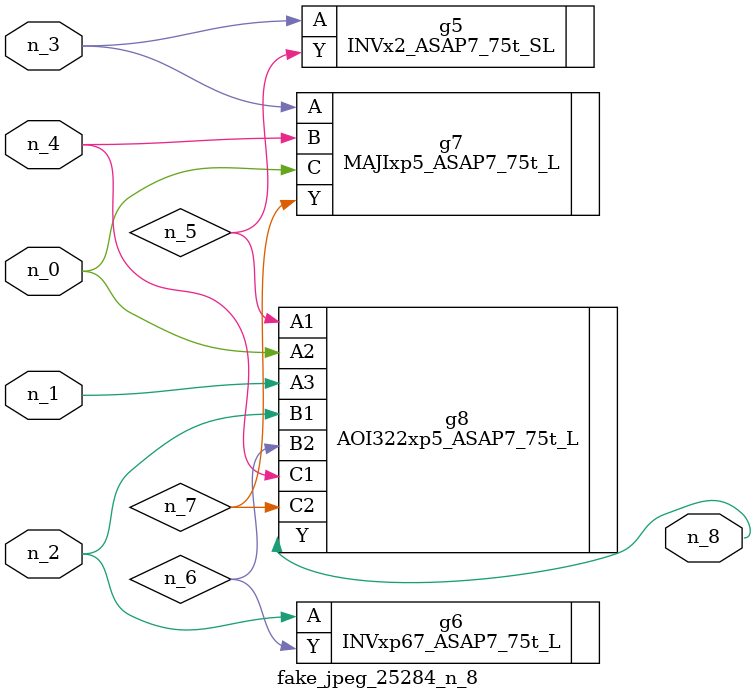
<source format=v>
module fake_jpeg_25284_n_8 (n_3, n_2, n_1, n_0, n_4, n_8);

input n_3;
input n_2;
input n_1;
input n_0;
input n_4;

output n_8;

wire n_6;
wire n_5;
wire n_7;

INVx2_ASAP7_75t_SL g5 ( 
.A(n_3),
.Y(n_5)
);

INVxp67_ASAP7_75t_L g6 ( 
.A(n_2),
.Y(n_6)
);

MAJIxp5_ASAP7_75t_L g7 ( 
.A(n_3),
.B(n_4),
.C(n_0),
.Y(n_7)
);

AOI322xp5_ASAP7_75t_L g8 ( 
.A1(n_5),
.A2(n_0),
.A3(n_1),
.B1(n_2),
.B2(n_6),
.C1(n_4),
.C2(n_7),
.Y(n_8)
);


endmodule
</source>
